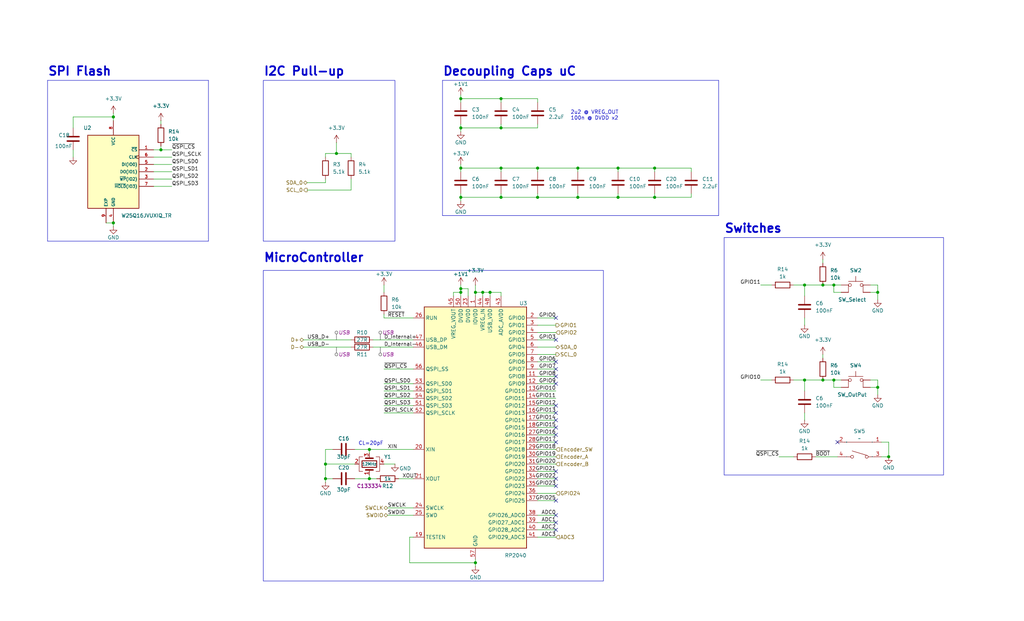
<source format=kicad_sch>
(kicad_sch (version 20250114) (generator "eeschema") (generator_version "9.0")
  (paper "USLegal")
  (title_block (title "MicroController"))
  (lib_symbols
    (symbol "+3.3V_1" (power) (pin_numbers (hide yes)) (pin_names (offset 0) (hide yes))
      (property "Value" "+3.3V" (at 0 3.556 0))
      (symbol "+3.3V_1_0_1"
        (polyline (pts (xy -0.762 1.27) (xy 0 2.54)))
        (polyline (pts (xy 0 2.54) (xy 0.762 1.27)))
        (polyline (pts (xy 0 0) (xy 0 2.54)))
      )
      (symbol "+3.3V_1_1_1"
        (pin power_in line (at 0 0 90) (length 0) (name "~") (number "1"))
      )
    )
    (symbol "Centy_Miscellaneous:Button_6x6_12mm" (pin_numbers (hide yes)) (pin_names (offset 1.016) (hide yes))
      (property "Reference" "SW" (at 1.27 2.54 0))
      (property "Value" "Button_6x6_12mm" (at 0 -3.81 0))
      (symbol "Button_6x6_12mm_0_1"
        (polyline (pts (xy -2.54 -2.54) (xy -2.54 0)))
        (circle (center -2.032 0) (radius 0.508))
        (polyline (pts (xy 0 1.27) (xy 0 3.048)))
        (circle (center 2.032 0) (radius 0.508))
        (polyline (pts (xy 2.54 1.27) (xy -2.54 1.27)))
        (polyline (pts (xy 2.54 -2.54) (xy 2.54 0)))
      )
      (symbol "Button_6x6_12mm_1_1"
        (pin passive line (at -5.08 0 0) (length 2.54) (name "A") (number "1"))
        (pin passive line (at -5.08 0 0) (length 2.54) (hide yes) (name "A") (number "2"))
        (pin passive line (at -5.08 -2.54 0) (length 2.54) (name "A") (number "2"))
        (pin passive line (at 5.08 0 180) (length 2.54) (name "B") (number "3"))
        (pin passive line (at 5.08 0 180) (length 2.54) (hide yes) (name "B") (number "4"))
        (pin passive line (at 5.08 -2.54 180) (length 2.54) (name "A") (number "4"))
      )
    )
    (symbol "Centy_Miscellaneous:Button_Side_TS24CA"
      (property "Reference" "SW" (at 0 4.826 0))
      (symbol "Button_Side_TS24CA_1_0"
        (polyline (pts (xy -5.08 2.54) (xy 5.08 2.54)))
        (polyline (pts (xy -3.048 -2.54) (xy -5.08 -2.54)))
        (polyline (pts (xy -2.54 -2.032) (xy 2.54 -0.508) (xy 2.54 -0.508) (xy 2.54 -0.508)))
        (circle (center -2.54 -2.54) (radius 0.508))
        (circle (center 2.54 -2.54) (radius 0.508))
        (polyline (pts (xy 3.048 -2.54) (xy 5.08 -2.54)))
        (pin input line (at -7.62 2.54 0) (length 2.54) (name "1") (number "1"))
        (pin input line (at -7.62 -2.54 0) (length 2.54) (name "3") (number "3"))
        (pin input line (at 7.62 2.54 180) (length 2.54) (name "2") (number "2"))
        (pin input line (at 7.62 -2.54 180) (length 2.54) (name "4") (number "4"))
      )
    )
    (symbol "Centy_Miscellaneous:W25Q16JVUXIQ_TR"
      (property "Reference" "U" (at -8.382 12.954 0))
      (property "Value" "W25Q16JVUXIQ_TR" (at 11.176 -16.002 0))
      (symbol "W25Q16JVUXIQ_TR_0_0"
        (rectangle (start -8.89 11.43) (end 8.89 -13.97) (stroke (width 0.254)) (fill (type background)))
        (pin passive line (at -2.54 -19.05 90) (length 5.08) (name "EXP") (number "9"))
        (pin power_in line (at 0 16.51 270) (length 5.08) (name "VCC") (number "8"))
        (pin power_in line (at 0 -19.05 90) (length 5.08) (name "GND") (number "4"))
        (pin input line (at 13.97 6.35 180) (length 5.08) (name "~{CS}") (number "1"))
        (pin input clock (at 13.97 3.81 180) (length 5.08) (name "CLK") (number "6"))
      )
      (symbol "W25Q16JVUXIQ_TR_1_0"
        (pin bidirectional line (at 13.97 1.27 180) (length 5.08) (name "DI(IO0)") (number "5"))
        (pin bidirectional line (at 13.97 -1.27 180) (length 5.08) (name "DO(IO1)") (number "2"))
        (pin bidirectional line (at 13.97 -3.81 180) (length 5.08) (name "~{WP}(IO2)") (number "3"))
        (pin bidirectional line (at 13.97 -6.35 180) (length 5.08) (name "~{HOLD}(IO3)") (number "7"))
      )
    )
    (symbol "Device:C" (pin_numbers (hide yes)) (pin_names (offset 0.254))
      (property "Reference" "C" (at 0.635 2.54 0))
      (property "Value" "C" (at 0.635 -2.54 0))
      (symbol "C_0_1"
        (polyline (pts (xy -2.032 0.762) (xy 2.032 0.762)) (stroke (width 0.508)))
        (polyline (pts (xy -2.032 -0.762) (xy 2.032 -0.762)) (stroke (width 0.508)))
      )
      (symbol "C_1_1"
        (pin passive line (at 0 3.81 270) (length 2.794) (name "~") (number "1"))
        (pin passive line (at 0 -3.81 90) (length 2.794) (name "~") (number "2"))
      )
    )
    (symbol "Device:Crystal_GND24" (pin_names (offset 1.016) (hide yes))
      (property "Reference" "Y" (at 3.175 5.08 0))
      (property "Value" "Crystal_GND24" (at 3.175 3.175 0))
      (symbol "Crystal_GND24_0_1"
        (polyline (pts (xy -2.54 2.286) (xy -2.54 3.556) (xy 2.54 3.556) (xy 2.54 2.286)))
        (polyline (pts (xy -2.54 0) (xy -2.032 0)))
        (polyline (pts (xy -2.54 -2.286) (xy -2.54 -3.556) (xy 2.54 -3.556) (xy 2.54 -2.286)))
        (polyline (pts (xy -2.032 -1.27) (xy -2.032 1.27)) (stroke (width 0.508)))
        (rectangle (start -1.143 2.54) (end 1.143 -2.54) (stroke (width 0.3048)))
        (polyline (pts (xy 0 3.556) (xy 0 3.81)))
        (polyline (pts (xy 0 -3.81) (xy 0 -3.556)))
        (polyline (pts (xy 2.032 0) (xy 2.54 0)))
        (polyline (pts (xy 2.032 -1.27) (xy 2.032 1.27)) (stroke (width 0.508)))
      )
      (symbol "Crystal_GND24_1_1"
        (pin passive line (at -3.81 0 0) (length 1.27) (name "1") (number "1"))
        (pin passive line (at 0 5.08 270) (length 1.27) (name "2") (number "2"))
        (pin passive line (at 0 -5.08 90) (length 1.27) (name "4") (number "4"))
        (pin passive line (at 3.81 0 180) (length 1.27) (name "3") (number "3"))
      )
    )
    (symbol "Device:R" (pin_numbers (hide yes)) (pin_names (offset 0))
      (property "Reference" "R" (at 2.032 0 90))
      (property "Value" "R" (at 0 0 90))
      (symbol "R_0_1"
        (rectangle (start -1.016 -2.54) (end 1.016 2.54) (stroke (width 0.254)))
      )
      (symbol "R_1_1"
        (pin passive line (at 0 3.81 270) (length 1.27) (name "~") (number "1"))
        (pin passive line (at 0 -3.81 90) (length 1.27) (name "~") (number "2"))
      )
    )
    (symbol "GND_1" (power) (pin_numbers (hide yes)) (pin_names (offset 0) (hide yes))
      (property "Value" "GND" (at 0 -3.81 0))
      (symbol "GND_1_0_1"
        (polyline (pts (xy 0 0) (xy 0 -1.27) (xy 1.27 -1.27) (xy 0 -2.54) (xy -1.27 -1.27) (xy 0 -1.27)))
      )
      (symbol "GND_1_1_1"
        (pin power_in line (at 0 0 270) (length 0) (name "~") (number "1"))
      )
    )
    (symbol "MCU_RaspberryPi:RP2040"
      (property "Reference" "U3" (at 15.24 43.18 0))
      (property "Value" "RP2040" (at 10.16 -44.45 0))
      (symbol "RP2040_0_1"
        (rectangle (start -17.78 41.91) (end 17.78 -41.91) (stroke (width 0.254)) (fill (type background)))
      )
      (symbol "RP2040_1_1"
        (pin input line (at -21.59 38.1 0) (length 3.81) (name "RUN") (number "26"))
        (pin bidirectional line (at -21.59 30.48 0) (length 3.81) (name "USB_DP") (number "47"))
        (pin bidirectional line (at -21.59 27.94 0) (length 3.81) (name "USB_DM") (number "46"))
        (pin bidirectional line (at -21.59 20.32 0) (length 3.81) (name "QSPI_SS") (number "56"))
        (pin bidirectional line (at -21.59 15.24 0) (length 3.81) (name "QSPI_SD0") (number "53"))
        (pin bidirectional line (at -21.59 12.7 0) (length 3.81) (name "QSPI_SD1") (number "55"))
        (pin bidirectional line (at -21.59 10.16 0) (length 3.81) (name "QSPI_SD2") (number "54"))
        (pin bidirectional line (at -21.59 7.62 0) (length 3.81) (name "QSPI_SD3") (number "51"))
        (pin output line (at -21.59 5.08 0) (length 3.81) (name "QSPI_SCLK") (number "52"))
        (pin input line (at -21.59 -7.62 0) (length 3.81) (name "XIN") (number "20"))
        (pin passive line (at -21.59 -17.78 0) (length 3.81) (name "XOUT") (number "21"))
        (pin output line (at -21.59 -27.94 0) (length 3.81) (name "SWCLK") (number "24"))
        (pin bidirectional line (at -21.59 -30.48 0) (length 3.81) (name "SWD") (number "25"))
        (pin input line (at -21.59 -38.1 0) (length 3.81) (name "TESTEN") (number "19"))
        (pin power_out line (at -7.62 45.72 270) (length 3.81) (name "VREG_VOUT") (number "45"))
        (pin power_in line (at -5.08 45.72 270) (length 3.81) (name "DVDD") (number "50"))
        (pin power_in line (at -2.54 45.72 270) (length 3.81) (name "DVDD") (number "23"))
        (pin power_in line (at 0 45.72 270) (length 3.81) (name "IOVDD") (number "1"))
        (pin passive line (at 0 45.72 270) (length 3.81) (hide yes) (name "IOVDD") (number "10"))
        (pin passive line (at 0 45.72 270) (length 3.81) (hide yes) (name "IOVDD") (number "22"))
        (pin passive line (at 0 45.72 270) (length 3.81) (hide yes) (name "IOVDD") (number "33"))
        (pin passive line (at 0 45.72 270) (length 3.81) (hide yes) (name "IOVDD") (number "42"))
        (pin passive line (at 0 45.72 270) (length 3.81) (hide yes) (name "IOVDD") (number "49"))
        (pin power_in line (at 0 -45.72 90) (length 3.81) (name "GND") (number "57"))
        (pin power_in line (at 2.54 45.72 270) (length 3.81) (name "VREG_IN") (number "44"))
        (pin power_in line (at 5.08 45.72 270) (length 3.81) (name "USB_VDD") (number "48"))
        (pin power_in line (at 8.89 45.72 270) (length 3.81) (name "ADC_AVDD") (number "43"))
        (pin bidirectional line (at 21.59 38.1 180) (length 3.81) (name "GPIO0") (number "2"))
        (pin bidirectional line (at 21.59 35.56 180) (length 3.81) (name "GPIO1") (number "3"))
        (pin bidirectional line (at 21.59 33.02 180) (length 3.81) (name "GPIO2") (number "4"))
        (pin bidirectional line (at 21.59 30.48 180) (length 3.81) (name "GPIO3") (number "5"))
        (pin bidirectional line (at 21.59 27.94 180) (length 3.81) (name "GPIO4") (number "6"))
        (pin bidirectional line (at 21.59 25.4 180) (length 3.81) (name "GPIO5") (number "7"))
        (pin bidirectional line (at 21.59 22.86 180) (length 3.81) (name "GPIO6") (number "8"))
        (pin bidirectional line (at 21.59 20.32 180) (length 3.81) (name "GPIO7") (number "9"))
        (pin bidirectional line (at 21.59 17.78 180) (length 3.81) (name "GPIO8") (number "11"))
        (pin bidirectional line (at 21.59 15.24 180) (length 3.81) (name "GPIO9") (number "12"))
        (pin bidirectional line (at 21.59 12.7 180) (length 3.81) (name "GPIO10") (number "13"))
        (pin bidirectional line (at 21.59 10.16 180) (length 3.81) (name "GPIO11") (number "14"))
        (pin bidirectional line (at 21.59 7.62 180) (length 3.81) (name "GPIO12") (number "15"))
        (pin bidirectional line (at 21.59 5.08 180) (length 3.81) (name "GPIO13") (number "16"))
        (pin bidirectional line (at 21.59 2.54 180) (length 3.81) (name "GPIO14") (number "17"))
        (pin bidirectional line (at 21.59 0 180) (length 3.81) (name "GPIO15") (number "18"))
        (pin bidirectional line (at 21.59 -2.54 180) (length 3.81) (name "GPIO16") (number "27"))
        (pin bidirectional line (at 21.59 -5.08 180) (length 3.81) (name "GPIO17") (number "28"))
        (pin bidirectional line (at 21.59 -7.62 180) (length 3.81) (name "GPIO18") (number "29"))
        (pin bidirectional line (at 21.59 -10.16 180) (length 3.81) (name "GPIO19") (number "30"))
        (pin bidirectional line (at 21.59 -12.7 180) (length 3.81) (name "GPIO20") (number "31"))
        (pin bidirectional line (at 21.59 -15.24 180) (length 3.81) (name "GPIO21") (number "32"))
        (pin bidirectional line (at 21.59 -17.78 180) (length 3.81) (name "GPIO22") (number "34"))
        (pin bidirectional line (at 21.59 -20.32 180) (length 3.81) (name "GPIO23") (number "35"))
        (pin bidirectional line (at 21.59 -22.86 180) (length 3.81) (name "GPIO24") (number "36"))
        (pin bidirectional line (at 21.59 -25.4 180) (length 3.81) (name "GPIO25") (number "37"))
        (pin bidirectional line (at 21.59 -30.48 180) (length 3.81) (name "GPIO26_ADC0") (number "38"))
        (pin bidirectional line (at 21.59 -33.02 180) (length 3.81) (name "GPIO27_ADC1") (number "39"))
        (pin bidirectional line (at 21.59 -35.56 180) (length 3.81) (name "GPIO28_ADC2") (number "40"))
        (pin bidirectional line (at 21.59 -38.1 180) (length 3.81) (name "GPIO29_ADC3") (number "41"))
      )
    )
    (symbol "power:+1V1" (power) (pin_names (offset 0))
      (property "Value" "+1V1" (at 0 3.556 0))
      (symbol "+1V1_0_1"
        (polyline (pts (xy -0.762 1.27) (xy 0 2.54)))
        (polyline (pts (xy 0 2.54) (xy 0.762 1.27)))
        (polyline (pts (xy 0 0) (xy 0 2.54)))
      )
      (symbol "+1V1_1_1"
        (pin power_in line (at 0 0 90) (length 0) (hide yes) (name "+1V1") (number "1"))
      )
    )
    (symbol "power:+3.3V" (power) (pin_names (offset 0))
      (property "Value" "+3.3V" (at 0 3.556 0))
      (symbol "+3.3V_0_1"
        (polyline (pts (xy -0.762 1.27) (xy 0 2.54)))
        (polyline (pts (xy 0 2.54) (xy 0.762 1.27)))
        (polyline (pts (xy 0 0) (xy 0 2.54)))
      )
      (symbol "+3.3V_1_1"
        (pin power_in line (at 0 0 90) (length 0) (hide yes) (name "+3.3V") (number "1"))
      )
    )
    (symbol "power:GND" (power) (pin_names (offset 0))
      (property "Value" "GND" (at 0 -3.81 0))
      (symbol "GND_0_1"
        (polyline (pts (xy 0 0) (xy 0 -1.27) (xy 1.27 -1.27) (xy 0 -2.54) (xy -1.27 -1.27) (xy 0 -1.27)))
      )
      (symbol "GND_1_1"
        (pin power_in line (at 0 0 270) (length 0) (hide yes) (name "GND") (number "1"))
      )
    )
  )
  (rectangle (start 91.44 93.98) (end 209.55 201.93))
  (rectangle (start 91.44 27.94) (end 137.16 83.82))
  (rectangle (start 251.46 82.55) (end 327.66 165.1))
  (text "Decoupling Caps uC\n" (at 153.67 26.67 0) (effects (font (size 3 3) (thickness 0.6) (bold yes)) (justify left bottom)))
  (text "I2C Pull-up" (at 91.44 26.67 0) (effects (font (size 3 3) (thickness 0.6) (bold yes)) (justify left bottom)))
  (text "SPI Flash\n" (at 16.51 26.67 0) (effects (font (size 3 3) (thickness 0.6) (bold yes)) (justify left bottom)))
  (text "MicroController" (at 91.44 91.44 0) (effects (font (size 3 3) (thickness 0.6) (bold yes)) (justify left bottom)))
  (text "CL=20pF\n" (at 124.46 154.94 0) (effects (font (size 1.27 1.27)) (justify left bottom)))
  (text "Switches" (at 251.46 81.28 0) (effects (font (size 3 3) (thickness 0.6) (bold yes)) (justify left bottom)))
  (text "2u2 @ VREG_OUT\n100n @ DVDD x2" (at 198.12 41.91 0) (effects (font (size 1.27 1.27)) (justify left bottom)))
  (junction (at 304.8 134.62))
  (junction (at 167.64 101.6))
  (junction (at 39.37 77.47))
  (junction (at 308.61 158.75))
  (junction (at 304.8 101.6))
  (junction (at 170.18 101.6))
  (junction (at 160.02 68.58))
  (junction (at 128.27 156.21))
  (junction (at 279.4 132.08))
  (junction (at 173.99 34.29))
  (junction (at 173.99 58.42))
  (junction (at 173.99 44.45))
  (junction (at 285.75 132.08))
  (junction (at 165.1 195.58))
  (junction (at 165.1 101.6))
  (junction (at 289.56 99.06))
  (junction (at 116.84 53.34))
  (junction (at 279.4 99.06))
  (junction (at 55.88 52.07))
  (junction (at 285.75 99.06))
  (junction (at 289.56 132.08))
  (junction (at 160.02 101.6))
  (junction (at 113.03 166.37))
  (junction (at 214.63 58.42))
  (junction (at 160.02 100.33))
  (junction (at 200.66 58.42))
  (junction (at 160.02 34.29))
  (junction (at 227.33 68.58))
  (junction (at 113.03 161.29))
  (junction (at 186.69 58.42))
  (junction (at 39.37 40.64))
  (junction (at 227.33 58.42))
  (junction (at 128.27 166.37))
  (junction (at 160.02 58.42))
  (junction (at 214.63 68.58))
  (junction (at 186.69 68.58))
  (junction (at 173.99 68.58))
  (junction (at 200.66 68.58))
  (junction (at 160.02 44.45))
  (no_connect (at 193.04 125.73))
  (no_connect (at 193.04 163.83))
  (no_connect (at 193.04 166.37))
  (no_connect (at 193.04 133.35))
  (no_connect (at 193.04 128.27))
  (no_connect (at 193.04 148.59))
  (no_connect (at 193.04 181.61))
  (no_connect (at 193.04 151.13))
  (no_connect (at 290.83 153.67))
  (no_connect (at 193.04 153.67))
  (no_connect (at 193.04 173.99))
  (no_connect (at 193.04 130.81))
  (no_connect (at 193.04 140.97))
  (no_connect (at 193.04 179.07))
  (no_connect (at 193.04 110.49))
  (no_connect (at 193.04 143.51))
  (no_connect (at 193.04 168.91))
  (no_connect (at 193.04 146.05))
  (no_connect (at 193.04 118.11))
  (no_connect (at 193.04 184.15))
  (polyline (pts (xy 16.51 27.94) (xy 16.51 83.82)))
  (wire (pts (xy 186.69 68.58) (xy 200.66 68.58)))
  (wire (pts (xy 113.03 166.37) (xy 115.57 166.37)))
  (wire (pts (xy 279.4 110.49) (xy 279.4 113.03)))
  (wire (pts (xy 142.24 186.69) (xy 142.24 195.58)))
  (wire (pts (xy 138.43 166.37) (xy 143.51 166.37)))
  (wire (pts (xy 186.69 130.81) (xy 193.04 130.81)))
  (wire (pts (xy 304.8 134.62) (xy 304.8 137.16)))
  (wire (pts (xy 279.4 143.51) (xy 279.4 146.05)))
  (wire (pts (xy 279.4 132.08) (xy 279.4 135.89)))
  (wire (pts (xy 173.99 58.42) (xy 186.69 58.42)))
  (wire (pts (xy 157.48 102.87) (xy 157.48 101.6)))
  (wire (pts (xy 170.18 101.6) (xy 170.18 102.87)))
  (wire (pts (xy 160.02 34.29) (xy 173.99 34.29)))
  (wire (pts (xy 55.88 50.8) (xy 55.88 52.07)))
  (wire (pts (xy 302.26 134.62) (xy 304.8 134.62)))
  (wire (pts (xy 285.75 90.17) (xy 285.75 91.44)))
  (wire (pts (xy 227.33 67.31) (xy 227.33 68.58)))
  (wire (pts (xy 113.03 161.29) (xy 113.03 166.37)))
  (wire (pts (xy 304.8 101.6) (xy 304.8 104.14)))
  (wire (pts (xy 186.69 166.37) (xy 193.04 166.37)))
  (wire (pts (xy 186.69 158.75) (xy 193.04 158.75)))
  (wire (pts (xy 186.69 58.42) (xy 200.66 58.42)))
  (wire (pts (xy 160.02 99.06) (xy 160.02 100.33)))
  (wire (pts (xy 160.02 67.31) (xy 160.02 68.58)))
  (wire (pts (xy 285.75 132.08) (xy 289.56 132.08)))
  (wire (pts (xy 53.34 54.61) (xy 59.69 54.61)))
  (wire (pts (xy 186.69 113.03) (xy 193.04 113.03)))
  (wire (pts (xy 289.56 132.08) (xy 292.1 132.08)))
  (wire (pts (xy 123.19 156.21) (xy 128.27 156.21)))
  (wire (pts (xy 264.16 99.06) (xy 267.97 99.06)))
  (wire (pts (xy 186.69 67.31) (xy 186.69 68.58)))
  (wire (pts (xy 53.34 57.15) (xy 59.69 57.15)))
  (wire (pts (xy 240.03 58.42) (xy 240.03 59.69)))
  (wire (pts (xy 186.69 115.57) (xy 193.04 115.57)))
  (wire (pts (xy 186.69 110.49) (xy 193.04 110.49)))
  (wire (pts (xy 113.03 63.5) (xy 113.03 62.23)))
  (wire (pts (xy 186.69 181.61) (xy 193.04 181.61)))
  (wire (pts (xy 106.68 66.04) (xy 121.92 66.04)))
  (wire (pts (xy 279.4 99.06) (xy 285.75 99.06)))
  (wire (pts (xy 170.18 101.6) (xy 173.99 101.6)))
  (wire (pts (xy 133.35 161.29) (xy 137.16 161.29)))
  (wire (pts (xy 133.35 138.43) (xy 143.51 138.43)))
  (wire (pts (xy 186.69 120.65) (xy 193.04 120.65)))
  (polyline (pts (xy 249.555 27.94) (xy 249.555 74.93)))
  (wire (pts (xy 186.69 151.13) (xy 193.04 151.13)))
  (wire (pts (xy 134.62 179.07) (xy 143.51 179.07)))
  (wire (pts (xy 165.1 194.31) (xy 165.1 195.58)))
  (wire (pts (xy 186.69 148.59) (xy 193.04 148.59)))
  (wire (pts (xy 160.02 33.02) (xy 160.02 34.29)))
  (wire (pts (xy 143.51 186.69) (xy 142.24 186.69)))
  (wire (pts (xy 162.56 100.33) (xy 160.02 100.33)))
  (wire (pts (xy 186.69 163.83) (xy 193.04 163.83)))
  (wire (pts (xy 113.03 161.29) (xy 113.03 156.21)))
  (wire (pts (xy 173.99 34.29) (xy 186.69 34.29)))
  (wire (pts (xy 302.26 101.6) (xy 304.8 101.6)))
  (wire (pts (xy 157.48 101.6) (xy 160.02 101.6)))
  (wire (pts (xy 128.27 157.48) (xy 128.27 156.21)))
  (wire (pts (xy 200.66 58.42) (xy 200.66 59.69)))
  (wire (pts (xy 129.54 120.65) (xy 143.51 120.65)))
  (polyline (pts (xy 72.39 27.94) (xy 72.39 83.82)))
  (wire (pts (xy 165.1 101.6) (xy 167.64 101.6)))
  (wire (pts (xy 128.27 156.21) (xy 143.51 156.21)))
  (wire (pts (xy 36.83 77.47) (xy 39.37 77.47)))
  (wire (pts (xy 25.4 40.64) (xy 39.37 40.64)))
  (wire (pts (xy 116.84 49.53) (xy 116.84 53.34)))
  (wire (pts (xy 39.37 39.37) (xy 39.37 40.64)))
  (wire (pts (xy 186.69 146.05) (xy 193.04 146.05)))
  (wire (pts (xy 186.69 173.99) (xy 193.04 173.99)))
  (wire (pts (xy 270.51 158.75) (xy 275.59 158.75)))
  (wire (pts (xy 121.92 62.23) (xy 121.92 66.04)))
  (wire (pts (xy 113.03 54.61) (xy 113.03 53.34)))
  (wire (pts (xy 113.03 161.29) (xy 123.19 161.29)))
  (wire (pts (xy 186.69 143.51) (xy 193.04 143.51)))
  (wire (pts (xy 283.21 158.75) (xy 290.83 158.75)))
  (wire (pts (xy 173.99 101.6) (xy 173.99 102.87)))
  (wire (pts (xy 200.66 58.42) (xy 214.63 58.42)))
  (wire (pts (xy 53.34 62.23) (xy 59.69 62.23)))
  (wire (pts (xy 186.69 138.43) (xy 193.04 138.43)))
  (wire (pts (xy 186.69 135.89) (xy 193.04 135.89)))
  (wire (pts (xy 240.03 68.58) (xy 240.03 67.31)))
  (wire (pts (xy 173.99 58.42) (xy 173.99 59.69)))
  (wire (pts (xy 186.69 123.19) (xy 193.04 123.19)))
  (wire (pts (xy 165.1 195.58) (xy 165.1 196.85)))
  (wire (pts (xy 160.02 35.56) (xy 160.02 34.29)))
  (wire (pts (xy 167.64 101.6) (xy 170.18 101.6)))
  (wire (pts (xy 186.69 133.35) (xy 193.04 133.35)))
  (wire (pts (xy 214.63 58.42) (xy 214.63 59.69)))
  (wire (pts (xy 167.64 101.6) (xy 167.64 102.87)))
  (wire (pts (xy 160.02 101.6) (xy 160.02 102.87)))
  (wire (pts (xy 105.41 118.11) (xy 121.92 118.11)))
  (wire (pts (xy 160.02 44.45) (xy 160.02 45.72)))
  (wire (pts (xy 227.33 68.58) (xy 240.03 68.58)))
  (wire (pts (xy 133.35 140.97) (xy 143.51 140.97)))
  (wire (pts (xy 129.54 118.11) (xy 143.51 118.11)))
  (wire (pts (xy 173.99 43.18) (xy 173.99 44.45)))
  (wire (pts (xy 200.66 68.58) (xy 214.63 68.58)))
  (wire (pts (xy 55.88 43.18) (xy 55.88 41.91)))
  (wire (pts (xy 133.35 133.35) (xy 143.51 133.35)))
  (wire (pts (xy 133.35 110.49) (xy 143.51 110.49)))
  (wire (pts (xy 186.69 156.21) (xy 193.04 156.21)))
  (wire (pts (xy 227.33 58.42) (xy 240.03 58.42)))
  (wire (pts (xy 121.92 53.34) (xy 121.92 54.61)))
  (wire (pts (xy 113.03 156.21) (xy 115.57 156.21)))
  (wire (pts (xy 285.75 123.19) (xy 285.75 124.46)))
  (wire (pts (xy 113.03 166.37) (xy 113.03 167.64)))
  (wire (pts (xy 186.69 168.91) (xy 193.04 168.91)))
  (wire (pts (xy 308.61 153.67) (xy 308.61 158.75)))
  (wire (pts (xy 227.33 58.42) (xy 227.33 59.69)))
  (wire (pts (xy 55.88 52.07) (xy 59.69 52.07)))
  (wire (pts (xy 160.02 43.18) (xy 160.02 44.45)))
  (wire (pts (xy 186.69 58.42) (xy 186.69 59.69)))
  (polyline (pts (xy 249.555 74.93) (xy 153.67 74.93)))
  (wire (pts (xy 133.35 110.49) (xy 133.35 109.22)))
  (wire (pts (xy 186.69 43.18) (xy 186.69 44.45)))
  (wire (pts (xy 25.4 44.45) (xy 25.4 40.64)))
  (wire (pts (xy 123.19 166.37) (xy 128.27 166.37)))
  (wire (pts (xy 186.69 153.67) (xy 193.04 153.67)))
  (wire (pts (xy 133.35 99.06) (xy 133.35 101.6)))
  (wire (pts (xy 165.1 99.06) (xy 165.1 101.6)))
  (wire (pts (xy 105.41 120.65) (xy 121.92 120.65)))
  (wire (pts (xy 306.07 153.67) (xy 308.61 153.67)))
  (wire (pts (xy 186.69 34.29) (xy 186.69 35.56)))
  (wire (pts (xy 186.69 118.11) (xy 193.04 118.11)))
  (wire (pts (xy 186.69 179.07) (xy 193.04 179.07)))
  (polyline (pts (xy 153.67 27.94) (xy 249.555 27.94)))
  (wire (pts (xy 128.27 165.1) (xy 128.27 166.37)))
  (wire (pts (xy 160.02 44.45) (xy 173.99 44.45)))
  (polyline (pts (xy 153.67 27.94) (xy 153.67 74.93)))
  (wire (pts (xy 160.02 57.15) (xy 160.02 58.42)))
  (wire (pts (xy 186.69 171.45) (xy 193.04 171.45)))
  (wire (pts (xy 289.56 99.06) (xy 289.56 101.6)))
  (wire (pts (xy 165.1 101.6) (xy 165.1 102.87)))
  (wire (pts (xy 289.56 134.62) (xy 292.1 134.62)))
  (wire (pts (xy 25.4 52.07) (xy 25.4 54.61)))
  (wire (pts (xy 306.07 158.75) (xy 308.61 158.75)))
  (wire (pts (xy 173.99 34.29) (xy 173.99 35.56)))
  (wire (pts (xy 113.03 53.34) (xy 116.84 53.34)))
  (wire (pts (xy 106.68 63.5) (xy 113.03 63.5)))
  (wire (pts (xy 160.02 58.42) (xy 173.99 58.42)))
  (wire (pts (xy 214.63 67.31) (xy 214.63 68.58)))
  (wire (pts (xy 186.69 186.69) (xy 193.04 186.69)))
  (wire (pts (xy 53.34 59.69) (xy 59.69 59.69)))
  (wire (pts (xy 160.02 68.58) (xy 173.99 68.58)))
  (wire (pts (xy 302.26 132.08) (xy 304.8 132.08)))
  (wire (pts (xy 128.27 166.37) (xy 130.81 166.37)))
  (wire (pts (xy 133.35 135.89) (xy 143.51 135.89)))
  (wire (pts (xy 186.69 184.15) (xy 193.04 184.15)))
  (wire (pts (xy 289.56 132.08) (xy 289.56 134.62)))
  (wire (pts (xy 275.59 99.06) (xy 279.4 99.06)))
  (wire (pts (xy 214.63 68.58) (xy 227.33 68.58)))
  (wire (pts (xy 162.56 102.87) (xy 162.56 100.33)))
  (wire (pts (xy 160.02 100.33) (xy 160.02 101.6)))
  (wire (pts (xy 133.35 143.51) (xy 143.51 143.51)))
  (wire (pts (xy 186.69 140.97) (xy 193.04 140.97)))
  (wire (pts (xy 160.02 58.42) (xy 160.02 59.69)))
  (wire (pts (xy 53.34 64.77) (xy 59.69 64.77)))
  (wire (pts (xy 186.69 125.73) (xy 193.04 125.73)))
  (wire (pts (xy 39.37 77.47) (xy 39.37 78.74)))
  (wire (pts (xy 134.62 176.53) (xy 143.51 176.53)))
  (wire (pts (xy 160.02 68.58) (xy 160.02 69.85)))
  (wire (pts (xy 264.16 132.08) (xy 267.97 132.08)))
  (wire (pts (xy 289.56 101.6) (xy 292.1 101.6)))
  (wire (pts (xy 289.56 99.06) (xy 292.1 99.06)))
  (wire (pts (xy 304.8 99.06) (xy 304.8 101.6)))
  (wire (pts (xy 302.26 99.06) (xy 304.8 99.06)))
  (wire (pts (xy 133.35 128.27) (xy 143.51 128.27)))
  (wire (pts (xy 142.24 195.58) (xy 165.1 195.58)))
  (wire (pts (xy 200.66 67.31) (xy 200.66 68.58)))
  (wire (pts (xy 285.75 99.06) (xy 289.56 99.06)))
  (wire (pts (xy 304.8 132.08) (xy 304.8 134.62)))
  (wire (pts (xy 116.84 53.34) (xy 121.92 53.34)))
  (wire (pts (xy 186.69 128.27) (xy 193.04 128.27)))
  (wire (pts (xy 173.99 68.58) (xy 186.69 68.58)))
  (wire (pts (xy 186.69 161.29) (xy 193.04 161.29)))
  (wire (pts (xy 214.63 58.42) (xy 227.33 58.42)))
  (polyline (pts (xy 72.39 83.82) (xy 16.51 83.82)))
  (wire (pts (xy 39.37 40.64) (xy 39.37 41.91)))
  (wire (pts (xy 275.59 132.08) (xy 279.4 132.08)))
  (polyline (pts (xy 16.51 27.94) (xy 72.39 27.94)))
  (wire (pts (xy 279.4 132.08) (xy 285.75 132.08)))
  (wire (pts (xy 173.99 44.45) (xy 186.69 44.45)))
  (wire (pts (xy 279.4 99.06) (xy 279.4 102.87)))
  (wire (pts (xy 53.34 52.07) (xy 55.88 52.07)))
  (wire (pts (xy 173.99 67.31) (xy 173.99 68.58)))
  (label "GPIO23" (at 193.04 168.91 180))
  (label "SWDIO" (at 134.62 179.07 0))
  (label "GPIO6" (at 193.04 125.73 180))
  (label "GPIO17" (at 193.04 153.67 180))
  (label "USB_D-" (at 106.68 120.65 0))
  (label "QSPI_SCLK" (at 133.35 143.51 0))
  (label "D_Internal-" (at 133.35 120.65 0))
  (label "XOUT" (at 139.7 166.37 0))
  (label "QSPI_SD1" (at 59.69 59.69 0))
  (label "ADC1" (at 193.04 181.61 180))
  (label "GPIO15" (at 193.04 148.59 180))
  (label "GPIO19" (at 193.04 158.75 180))
  (label "GPIO3" (at 193.04 118.11 180))
  (label "GPIO16" (at 193.04 151.13 180))
  (label "QSPI_SD0" (at 59.69 57.15 0))
  (label "GPIO21" (at 193.04 163.83 180))
  (label "~{RESET}" (at 134.62 110.49 0))
  (label "GPIO11" (at 193.04 138.43 180))
  (label "GPIO22" (at 193.04 166.37 180))
  (label "GPIO0" (at 193.04 110.49 180))
  (label "GPIO13" (at 193.04 143.51 180))
  (label "QSPI_SD2" (at 59.69 62.23 0))
  (label "QSPI_SCLK" (at 59.69 54.61 0))
  (label "GPIO9" (at 193.04 133.35 180))
  (label "USB_D+" (at 106.68 118.11 0))
  (label "XIN" (at 134.62 156.21 0))
  (label "~{BOOT}" (at 288.29 158.75 180))
  (label "ADC2" (at 193.04 184.15 180))
  (label "QSPI_SD1" (at 133.35 135.89 0))
  (label "QSPI_SD3" (at 133.35 140.97 0))
  (label "GPIO25" (at 193.04 173.99 180))
  (label "~{QSPI_CS}" (at 270.51 158.75 180))
  (label "~{QSPI_CS}" (at 133.35 128.27 0))
  (label "GPIO12" (at 193.04 140.97 180))
  (label "ADC3" (at 193.04 186.69 180))
  (label "QSPI_SD0" (at 133.35 133.35 0))
  (label "GPIO14" (at 193.04 146.05 180))
  (label "GPIO7" (at 193.04 128.27 180))
  (label "GPIO10" (at 193.04 135.89 180))
  (label "GPIO10" (at 264.16 132.08 180))
  (label "~{QSPI_CS}" (at 59.69 52.07 0))
  (label "QSPI_SD3" (at 59.69 64.77 0))
  (label "GPIO18" (at 193.04 156.21 180))
  (label "GPIO8" (at 193.04 130.81 180))
  (label "GPIO20" (at 193.04 161.29 180))
  (label "SWCLK" (at 134.62 176.53 0))
  (label "ADC0" (at 193.04 179.07 180))
  (label "GPIO11" (at 264.16 99.06 180))
  (label "D_Internal+" (at 133.35 118.11 0))
  (label "QSPI_SD2" (at 133.35 138.43 0))
  (hierarchical_label "SDA_0" (shape bidirectional) (at 106.68 63.5 180))
  (hierarchical_label "SWCLK" (shape bidirectional) (at 134.62 176.53 180))
  (hierarchical_label "Encoder_A" (shape input) (at 193.04 158.75 0))
  (hierarchical_label "Encoder_B" (shape input) (at 193.04 161.29 0))
  (hierarchical_label "D-" (shape bidirectional) (at 105.41 120.65 180))
  (hierarchical_label "D+" (shape bidirectional) (at 105.41 118.11 180))
  (hierarchical_label "Encoder_SW" (shape input) (at 193.04 156.21 0))
  (hierarchical_label "ADC3" (shape input) (at 193.04 186.69 0))
  (hierarchical_label "GPIO1" (shape output) (at 193.04 113.03 0))
  (hierarchical_label "GPIO24" (shape input) (at 193.04 171.45 0))
  (hierarchical_label "SWDIO" (shape bidirectional) (at 134.62 179.07 180))
  (hierarchical_label "SCL_0" (shape output) (at 106.68 66.04 180))
  (hierarchical_label "SDA_0" (shape bidirectional) (at 193.04 120.65 0))
  (hierarchical_label "SCL_0" (shape output) (at 193.04 123.19 0))
  (hierarchical_label "GPIO2" (shape input) (at 193.04 115.57 0))
  (netclass_flag "" (length 2.54) (shape round) (at 132.08 118.11 0) (property "Netclass" "USB" (at 132.7785 115.57 0) (effects (font (italic yes)) (justify left))))
  (netclass_flag "" (length 2.54) (shape round) (at 116.84 120.65 180) (property "Netclass" "USB" (at 117.5385 123.19 0) (effects (font (italic yes)) (justify left))))
  (netclass_flag "" (length 2.54) (shape round) (at 132.08 120.65 180) (property "Netclass" "USB" (at 132.7785 123.19 0) (effects (font (italic yes)) (justify left))))
  (netclass_flag "" (length 2.54) (shape round) (at 116.84 118.11 0) (property "Netclass" "USB" (at 117.5385 115.57 0) (effects (font (italic yes)) (justify left))))
  (symbol (lib_id "Device:C") (at 173.99 63.5 0) (unit 1)
    (property "Reference" "C8" (at 177.8 62.2299 0) (effects (justify left)))
    (property "Value" "100nF" (at 177.8 64.7699 0) (effects (justify left)))
    (property "Footprint" "Capacitor_SMD:C_0402_1005Metric" (effects (hide yes)))
    (property "LCSC" "C1525" (effects (hide yes)))
    (instances (project "PicoPD" (path "" (reference "C7") (unit 1))) (project "PicoPDSupply" (path "" (reference "C8") (unit 1))))
  )
  (symbol (lib_id "power:GND") (at 25.4 54.61 0) (unit 1)
    (property "Reference" "#PWR026" (effects (hide yes)))
    (property "Value" "GND" (effects (hide yes)))
    (instances (project "PicoPD" (path "" (reference "#PWR0112") (unit 1))) (project "PicoPDSupply" (path "" (reference "#PWR026") (unit 1))))
  )
  (symbol (lib_id "Device:R") (at 271.78 99.06 90) (unit 1)
    (property "Reference" "R18" (at 271.78 93.5817 90))
    (property "Value" "1k" (at 271.78 96.1217 90))
    (property "Footprint" "Resistor_SMD:R_0402_1005Metric" (effects (hide yes)))
    (property "LCSC" "C11702" (effects (hide yes)))
    (instances (project "PicoPD" (path "" (reference "R14") (unit 1))) (project "PicoPDSupply" (path "" (reference "R18") (unit 1))))
  )
  (symbol (lib_id "Device:C") (at 119.38 166.37 270) (unit 1)
    (property "Reference" "C20" (at 119.38 162.56 90))
    (property "Value" "30pF" (at 119.38 170.18 90))
    (property "Footprint" "Capacitor_SMD:C_0402_1005Metric" (effects (hide yes)))
    (property "LCSC" "C1570" (effects (hide yes)))
  )
  (symbol (lib_id "Device:Crystal_GND24") (at 128.27 161.29 90) (unit 1)
    (property "Reference" "Y1" (at 134.62 158.75 90))
    (property "Value" "12MHz" (at 128.27 161.29 90) (effects (font (size 1 1))))
    (property "Footprint" "Crystal:Crystal_SMD_3225-4Pin_3.2x2.5mm" (effects (hide yes)))
    (property "LCSC" "C133334" (at 128.27 168.91 90))
  )
  (symbol (lib_name "GND_1") (lib_id "power:GND") (at 279.4 113.03 0) (unit 1)
    (property "Reference" "#PWR043" (effects (hide yes)))
    (property "Value" "GND" (at 279.4 116.84 0))
    (property "Description" "Power symbol creates a global label with name \"GND\" , ground" (effects (hide yes)))
  )
  (symbol (lib_name "GND_1") (lib_id "power:GND") (at 279.4 146.05 0) (unit 1)
    (property "Reference" "#PWR053" (effects (hide yes)))
    (property "Value" "GND" (at 279.4 149.86 0))
    (property "Description" "Power symbol creates a global label with name \"GND\" , ground" (effects (hide yes)))
  )
  (symbol (lib_id "Device:C") (at 25.4 48.26 0) (unit 1)
    (property "Reference" "C19" (at 20.32 46.99 0) (effects (justify left)))
    (property "Value" "100nF" (at 19.05 50.8 0) (effects (justify left)))
    (property "Footprint" "Capacitor_SMD:C_0402_1005Metric" (effects (hide yes)))
    (property "LCSC" "C1525" (effects (hide yes)))
    (instances (project "PicoPD" (path "" (reference "C18") (unit 1))) (project "PicoPDSupply" (path "" (reference "C19") (unit 1))))
  )
  (symbol (lib_id "Device:R") (at 121.92 58.42 0) (unit 1)
    (property "Reference" "R3" (at 124.46 57.1499 0) (effects (justify left)))
    (property "Value" "5.1k" (at 124.46 59.6899 0) (effects (justify left)))
    (property "Footprint" "Resistor_SMD:R_0402_1005Metric" (effects (hide yes)))
    (property "LCSC" "C25905" (effects (hide yes)))
    (instances (project "PicoPD" (path "" (reference "R4") (unit 1))) (project "PicoPDSupply" (path "" (reference "R3") (unit 1))))
  )
  (symbol (lib_name "GND_1") (lib_id "power:GND") (at 39.37 78.74 0) (unit 1)
    (property "Reference" "#PWR068" (effects (hide yes)))
    (property "Value" "GND" (at 39.37 82.55 0))
    (property "Description" "Power symbol creates a global label with name \"GND\" , ground" (effects (hide yes)))
  )
  (symbol (lib_id "Device:C") (at 186.69 39.37 0) (unit 1)
    (property "Reference" "C6" (at 190.5 38.0999 0) (effects (justify left)))
    (property "Value" "2.2uF" (at 190.5 40.6399 0) (effects (justify left)))
    (property "Footprint" "Capacitor_SMD:C_0402_1005Metric" (effects (hide yes)))
    (property "LCSC" "C12530" (effects (hide yes)))
    (instances (project "PicoPD" (path "" (reference "C5") (unit 1))) (project "PicoPDSupply" (path "" (reference "C6") (unit 1))))
  )
  (symbol (lib_id "Centy_Miscellaneous:Button_6x6_12mm") (at 297.18 99.06 0) (unit 1)
    (property "Reference" "SW2" (at 297.18 93.98 0))
    (property "Value" "SW_Select" (at 295.91 104.14 0))
    (property "Footprint" "Centy_Miscellaneous:Button_6.2x6.2x12mm" (effects (hide yes)))
    (property "Datasheet" "https://www.lcsc.com/datasheet/lcsc_datasheet_2412091234_G-Switch-GT-TC120A-H120-L1_C2762973.pdf" (effects (hide yes)))
    (property "Description" "Normally-open tactile switch 160gf 12mm Stem" (effects (hide yes)))
    (property "LCSC" "C2762973" (effects (hide yes)))
  )
  (symbol (lib_name "GND_1") (lib_id "power:GND") (at 304.8 137.16 0) (unit 1)
    (property "Reference" "#PWR052" (effects (hide yes)))
    (property "Value" "GND" (at 304.8 140.97 0))
    (property "Description" "Power symbol creates a global label with name \"GND\" , ground" (effects (hide yes)))
  )
  (symbol (lib_id "Device:R") (at 133.35 105.41 0) (unit 1)
    (property "Reference" "R9" (at 135.89 104.1399 0) (effects (justify left)))
    (property "Value" "10k" (at 135.89 106.6799 0) (effects (justify left)))
    (property "Footprint" "Resistor_SMD:R_0402_1005Metric" (effects (hide yes)))
    (property "LCSC" "C25744" (effects (hide yes)))
    (instances (project "PicoPD" (path "" (reference "R6") (unit 1))) (project "PicoPDSupply" (path "" (reference "R9") (unit 1))))
  )
  (symbol (lib_id "Device:R") (at 285.75 95.25 0) (unit 1)
    (property "Reference" "R17" (at 288.29 93.9799 0) (effects (justify left)))
    (property "Value" "10k" (at 288.29 96.5199 0) (effects (justify left)))
    (property "Footprint" "Resistor_SMD:R_0402_1005Metric" (effects (hide yes)))
    (property "LCSC" "C25744" (effects (hide yes)))
    (instances (project "PicoPD" (path "" (reference "R6") (unit 1))) (project "PicoPDSupply" (path "" (reference "R17") (unit 1))))
  )
  (symbol (lib_id "Device:C") (at 173.99 39.37 0) (unit 1)
    (property "Reference" "C5" (at 177.8 38.0999 0) (effects (justify left)))
    (property "Value" "100nF" (at 177.8 40.6399 0) (effects (justify left)))
    (property "Footprint" "Capacitor_SMD:C_0402_1005Metric" (effects (hide yes)))
    (property "LCSC" "C1525" (effects (hide yes)))
    (instances (project "PicoPD" (path "" (reference "C4") (unit 1))) (project "PicoPDSupply" (path "" (reference "C5") (unit 1))))
  )
  (symbol (lib_id "Device:C") (at 279.4 106.68 0) (unit 1)
    (property "Reference" "C26" (at 283.21 105.4099 0) (effects (justify left)))
    (property "Value" "100nF" (at 283.21 107.9499 0) (effects (justify left)))
    (property "Footprint" "Capacitor_SMD:C_0402_1005Metric" (effects (hide yes)))
    (property "LCSC" "C1525" (effects (hide yes)))
    (instances (project "PicoPD" (path "" (reference "C6") (unit 1))) (project "PicoPDSupply" (path "" (reference "C26") (unit 1))))
  )
  (symbol (lib_name "+3.3V_1") (lib_id "power:+3.3V") (at 39.37 39.37 0) (unit 1)
    (property "Reference" "#PWR025" (effects (hide yes)))
    (property "Value" "+3.3V" (at 39.37 34.29 0))
    (property "Description" "Power symbol creates a global label with name \"+3.3V\"" (effects (hide yes)))
  )
  (symbol (lib_name "GND_1") (lib_id "power:GND") (at 160.02 69.85 0) (unit 1)
    (property "Reference" "#PWR013" (effects (hide yes)))
    (property "Value" "GND" (at 160.02 73.66 0))
    (property "Description" "Power symbol creates a global label with name \"GND\" , ground" (effects (hide yes)))
  )
  (symbol (lib_id "power:+1V1") (at 160.02 99.06 0) (unit 1)
    (property "Reference" "#PWR020" (effects (hide yes)))
    (property "Value" "+1V1" (at 160.02 95.25 0))
    (instances (project "PicoPD" (path "" (reference "#PWR0126") (unit 1))) (project "PicoPDSupply" (path "" (reference "#PWR020") (unit 1))))
  )
  (symbol (lib_id "Device:R") (at 271.78 132.08 90) (unit 1)
    (property "Reference" "R27" (at 271.78 126.6017 90))
    (property "Value" "1k" (at 271.78 129.1417 90))
    (property "Footprint" "Resistor_SMD:R_0402_1005Metric" (effects (hide yes)))
    (property "LCSC" "C11702" (effects (hide yes)))
    (instances (project "PicoPD" (path "" (reference "R14") (unit 1))) (project "PicoPDSupply" (path "" (reference "R27") (unit 1))))
  )
  (symbol (lib_name "+3.3V_1") (lib_id "power:+3.3V") (at 55.88 41.91 0) (unit 1)
    (property "Reference" "#PWR040" (effects (hide yes)))
    (property "Value" "+3.3V" (at 55.88 36.83 0))
    (property "Description" "Power symbol creates a global label with name \"+3.3V\"" (effects (hide yes)))
  )
  (symbol (lib_id "Device:R") (at 55.88 46.99 0) (unit 1)
    (property "Reference" "R6" (at 58.42 45.7199 0) (effects (justify left)))
    (property "Value" "10k" (at 58.42 48.2599 0) (effects (justify left)))
    (property "Footprint" "Resistor_SMD:R_0402_1005Metric" (effects (hide yes)))
    (property "LCSC" "C25744" (effects (hide yes)))
    (instances (project "PicoPD" (path "" (reference "R14") (unit 1))) (project "PicoPDSupply" (path "" (reference "R6") (unit 1))))
  )
  (symbol (lib_id "Device:R") (at 125.73 118.11 90) (unit 1)
    (property "Reference" "R10" (at 125.73 115.57 90))
    (property "Value" "27R" (at 125.73 118.11 90))
    (property "Footprint" "Resistor_SMD:R_0402_1005Metric" (effects (hide yes)))
    (property "LCSC" "C138021" (effects (hide yes)))
  )
  (symbol (lib_name "+3.3V_1") (lib_id "power:+3.3V") (at 285.75 123.19 0) (unit 1)
    (property "Reference" "#PWR033" (effects (hide yes)))
    (property "Value" "+3.3V" (at 285.75 118.11 0))
    (property "Description" "Power symbol creates a global label with name \"+3.3V\"" (effects (hide yes)))
  )
  (symbol (lib_id "Device:R") (at 134.62 166.37 90) (unit 1)
    (property "Reference" "R12" (at 134.62 168.91 90))
    (property "Value" "1k" (at 134.62 166.37 90))
    (property "Footprint" "Resistor_SMD:R_0402_1005Metric" (effects (hide yes)))
    (property "LCSC" "C11702" (effects (hide yes)))
  )
  (symbol (lib_id "Centy_Miscellaneous:W25Q16JVUXIQ_TR") (at 39.37 58.42 0) (unit 1)
    (property "Reference" "U5" (at 31.75 44.45 0) (effects (justify right)))
    (property "Value" "W25Q16JVUXIQ_TR" (at 59.69 74.93 0) (effects (justify right)))
    (property "Footprint" "Centy_Miscellaneous:8-USON" (effects (hide yes)))
    (property "Description" "NOR Flash Serial (SPI, Dual SPI, Quad SPI) 3V/3.3V 16M-bit 2M x 8 6ns 8-Pin USON EP T/R" (effects (hide yes)))
    (property "MF" "Winbond" (effects (hide yes)))
    (property "MAXIMUM_PACKAGE_HEIGHT" "0.60mm" (effects (hide yes)))
    (property "Package" "UFDFN-8 Winbond" (effects (hide yes)))
    (property "Price" "None" (effects (hide yes)))
    (property "STANDARD" "Manufacturer Recommendations" (effects (hide yes)))
    (property "PARTREV" "H" (effects (hide yes)))
    (property "MP" "W25Q16JVUXIQ TR" (effects (hide yes)))
    (property "MANUFACTURER" "Winbond" (effects (hide yes)))
    (property "Availability" "In Stock" (effects (hide yes)))
    (property "LCSC" "C2843335" (effects (hide yes)))
    (property "JLCPCB Rotation Offset" "-90" (effects (hide yes)))
    (instances (project "PicoPD" (path "" (reference "U2") (unit 1))) (project "PicoPDSupply" (path "" (reference "U5") (unit 1))))
  )
  (symbol (lib_id "Device:C") (at 119.38 156.21 270) (unit 1)
    (property "Reference" "C16" (at 119.38 152.4 90))
    (property "Value" "30pF" (at 119.38 158.75 90))
    (property "Footprint" "Capacitor_SMD:C_0402_1005Metric" (effects (hide yes)))
    (property "LCSC" "C1570" (effects (hide yes)))
  )
  (symbol (lib_id "Device:C") (at 227.33 63.5 0) (unit 1)
    (property "Reference" "C12" (at 231.14 62.2299 0) (effects (justify left)))
    (property "Value" "100nF" (at 231.14 64.7699 0) (effects (justify left)))
    (property "Footprint" "Capacitor_SMD:C_0402_1005Metric" (effects (hide yes)))
    (property "LCSC" "C1525" (effects (hide yes)))
    (instances (project "PicoPD" (path "" (reference "C20") (unit 1))) (project "PicoPDSupply" (path "" (reference "C12") (unit 1))))
  )
  (symbol (lib_name "GND_1") (lib_id "power:GND") (at 113.03 167.64 0) (unit 1)
    (property "Reference" "#PWR022" (effects (hide yes)))
    (property "Value" "GND" (at 113.03 171.45 0))
    (property "Description" "Power symbol creates a global label with name \"GND\" , ground" (effects (hide yes)))
  )
  (symbol (lib_name "GND_1") (lib_id "power:GND") (at 304.8 104.14 0) (unit 1)
    (property "Reference" "#PWR042" (effects (hide yes)))
    (property "Value" "GND" (at 304.8 107.95 0))
    (property "Description" "Power symbol creates a global label with name \"GND\" , ground" (effects (hide yes)))
  )
  (symbol (lib_id "MCU_RaspberryPi:RP2040") (at 165.1 148.59 0) (unit 1)
    (property "Reference" "U3" (at 180.34 105.41 0) (effects (justify left)))
    (property "Value" "RP2040" (at 175.26 193.04 0) (effects (justify left)))
    (property "Footprint" "Package_DFN_QFN:QFN-56-1EP_7x7mm_P0.4mm_EP3.2x3.2mm" (effects (hide yes)))
    (property "Datasheet" "https://datasheets.raspberrypi.com/rp2040/rp2040-datasheet.pdf" (effects (hide yes)))
    (property "LCSC" "C2040" (effects (hide yes)))
  )
  (symbol (lib_id "Device:C") (at 200.66 63.5 0) (unit 1)
    (property "Reference" "C10" (at 204.47 62.2299 0) (effects (justify left)))
    (property "Value" "100nF" (at 204.47 64.7699 0) (effects (justify left)))
    (property "Footprint" "Capacitor_SMD:C_0402_1005Metric" (effects (hide yes)))
    (property "LCSC" "C1525" (effects (hide yes)))
    (instances (project "PicoPD" (path "" (reference "C9") (unit 1))) (project "PicoPDSupply" (path "" (reference "C10") (unit 1))))
  )
  (symbol (lib_name "+3.3V_1") (lib_id "power:+3.3V") (at 285.75 90.17 0) (unit 1)
    (property "Reference" "#PWR064" (effects (hide yes)))
    (property "Value" "+3.3V" (at 285.75 85.09 0))
    (property "Description" "Power symbol creates a global label with name \"+3.3V\"" (effects (hide yes)))
  )
  (symbol (lib_id "Device:C") (at 279.4 139.7 0) (unit 1)
    (property "Reference" "C24" (at 283.21 138.4299 0) (effects (justify left)))
    (property "Value" "100nF" (at 283.21 140.9699 0) (effects (justify left)))
    (property "Footprint" "Capacitor_SMD:C_0402_1005Metric" (effects (hide yes)))
    (property "LCSC" "C1525" (effects (hide yes)))
    (instances (project "PicoPD" (path "" (reference "C6") (unit 1))) (project "PicoPDSupply" (path "" (reference "C24") (unit 1))))
  )
  (symbol (lib_name "+3.3V_1") (lib_id "power:+3.3V") (at 165.1 99.06 0) (unit 1)
    (property "Reference" "#PWR021" (effects (hide yes)))
    (property "Value" "+3.3V" (at 165.1 93.98 0))
    (property "Description" "Power symbol creates a global label with name \"+3.3V\"" (effects (hide yes)))
  )
  (symbol (lib_id "power:+1V1") (at 160.02 33.02 0) (unit 1)
    (property "Reference" "#PWR010" (effects (hide yes)))
    (property "Value" "+1V1" (at 160.02 29.21 0))
    (instances (project "PicoPD" (path "" (reference "#PWR0121") (unit 1))) (project "PicoPDSupply" (path "" (reference "#PWR010") (unit 1))))
  )
  (symbol (lib_id "Device:C") (at 186.69 63.5 0) (unit 1)
    (property "Reference" "C9" (at 190.5 62.2299 0) (effects (justify left)))
    (property "Value" "100nF" (at 190.5 64.7699 0) (effects (justify left)))
    (property "Footprint" "Capacitor_SMD:C_0402_1005Metric" (effects (hide yes)))
    (property "LCSC" "C1525" (effects (hide yes)))
    (instances (project "PicoPD" (path "" (reference "C8") (unit 1))) (project "PicoPDSupply" (path "" (reference "C9") (unit 1))))
  )
  (symbol (lib_id "Device:C") (at 160.02 63.5 0) (unit 1)
    (property "Reference" "C7" (at 163.83 62.2299 0) (effects (justify left)))
    (property "Value" "100nF" (at 163.83 64.7699 0) (effects (justify left)))
    (property "Footprint" "Capacitor_SMD:C_0402_1005Metric" (effects (hide yes)))
    (property "LCSC" "C1525" (effects (hide yes)))
    (instances (project "PicoPD" (path "" (reference "C6") (unit 1))) (project "PicoPDSupply" (path "" (reference "C7") (unit 1))))
  )
  (symbol (lib_id "Centy_Miscellaneous:Button_Side_TS24CA") (at 298.45 156.21 0) (mirror y) (unit 1)
    (property "Reference" "SW5" (at 298.45 149.86 0))
    (property "Value" "~" (at 298.45 152.4 0))
    (property "Footprint" "Centy_Miscellaneous:Button-SMD_TS24CA" (effects (hide yes)))
    (property "Description" "1.8mm 3.5mm Horizontal attachment Tactile Switches" (effects (hide yes)))
    (property "LCSC" "C692458" (effects (hide yes)))
  )
  (symbol (lib_id "Centy_Miscellaneous:Button_6x6_12mm") (at 297.18 132.08 0) (unit 1)
    (property "Reference" "SW4" (at 297.18 127 0))
    (property "Value" "SW_OutPut" (at 295.91 137.16 0))
    (property "Footprint" "Centy_Miscellaneous:Button_6.2x6.2x12mm" (effects (hide yes)))
    (property "Datasheet" "https://www.lcsc.com/datasheet/lcsc_datasheet_2412091234_G-Switch-GT-TC120A-H120-L1_C2762973.pdf" (effects (hide yes)))
    (property "Description" "Normally-open tactile switch 160gf 12mm Stem" (effects (hide yes)))
    (property "LCSC" "C2762973" (effects (hide yes)))
  )
  (symbol (lib_name "GND_1") (lib_id "power:GND") (at 165.1 196.85 0) (unit 1)
    (property "Reference" "#PWR024" (effects (hide yes)))
    (property "Value" "GND" (at 165.1 200.66 0))
    (property "Description" "Power symbol creates a global label with name \"GND\" , ground" (effects (hide yes)))
  )
  (symbol (lib_id "Device:C") (at 240.03 63.5 0) (unit 1)
    (property "Reference" "C13" (at 243.84 62.2299 0) (effects (justify left)))
    (property "Value" "2.2uF" (at 243.84 64.7699 0) (effects (justify left)))
    (property "Footprint" "Capacitor_SMD:C_0402_1005Metric" (effects (hide yes)))
    (property "LCSC" "C12530" (effects (hide yes)))
    (instances (project "PicoPD" (path "" (reference "C11") (unit 1))) (project "PicoPDSupply" (path "" (reference "C13") (unit 1))))
  )
  (symbol (lib_id "power:+3.3V") (at 133.35 99.06 0) (unit 1)
    (property "Reference" "#PWR019" (effects (hide yes)))
    (property "Value" "+3.3V" (at 133.35 95.25 0))
    (instances (project "PicoPD" (path "" (reference "#PWR0128") (unit 1))) (project "PicoPDSupply" (path "" (reference "#PWR019") (unit 1))))
  )
  (symbol (lib_name "+3.3V_1") (lib_id "power:+3.3V") (at 160.02 57.15 0) (unit 1)
    (property "Reference" "#PWR012" (effects (hide yes)))
    (property "Value" "+3.3V" (at 160.02 53.34 0))
    (property "Description" "Power symbol creates a global label with name \"+3.3V\"" (effects (hide yes)))
  )
  (symbol (lib_id "Device:C") (at 160.02 39.37 0) (unit 1)
    (property "Reference" "C4" (at 163.83 38.0999 0) (effects (justify left)))
    (property "Value" "100nF" (at 163.83 40.6399 0) (effects (justify left)))
    (property "Footprint" "Capacitor_SMD:C_0402_1005Metric" (effects (hide yes)))
    (property "LCSC" "C1525" (effects (hide yes)))
    (instances (project "PicoPD" (path "" (reference "C3") (unit 1))) (project "PicoPDSupply" (path "" (reference "C4") (unit 1))))
  )
  (symbol (lib_name "+3.3V_1") (lib_id "power:+3.3V") (at 116.84 49.53 0) (unit 1)
    (property "Reference" "#PWR02" (effects (hide yes)))
    (property "Value" "+3.3V" (at 116.84 44.45 0))
    (property "Description" "Power symbol creates a global label with name \"+3.3V\"" (effects (hide yes)))
  )
  (symbol (lib_name "GND_1") (lib_id "power:GND") (at 308.61 158.75 0) (unit 1)
    (property "Reference" "#PWR029" (effects (hide yes)))
    (property "Value" "GND" (at 308.61 162.56 0))
    (property "Description" "Power symbol creates a global label with name \"GND\" , ground" (effects (hide yes)))
  )
  (symbol (lib_id "Device:R") (at 125.73 120.65 90) (unit 1)
    (property "Reference" "R11" (at 125.73 123.19 90))
    (property "Value" "27R" (at 125.73 120.65 90))
    (property "Footprint" "Resistor_SMD:R_0402_1005Metric" (effects (hide yes)))
    (property "LCSC" "C138021" (effects (hide yes)))
  )
  (symbol (lib_name "GND_1") (lib_id "power:GND") (at 137.16 161.29 0) (unit 1)
    (property "Reference" "#PWR023" (effects (hide yes)))
    (property "Value" "GND" (at 140.716 162.814 0))
    (property "Description" "Power symbol creates a global label with name \"GND\" , ground" (effects (hide yes)))
  )
  (symbol (lib_name "GND_1") (lib_id "power:GND") (at 160.02 45.72 0) (unit 1)
    (property "Reference" "#PWR011" (effects (hide yes)))
    (property "Value" "GND" (at 160.02 49.53 0))
    (property "Description" "Power symbol creates a global label with name \"GND\" , ground" (effects (hide yes)))
  )
  (symbol (lib_id "Device:R") (at 279.4 158.75 270) (mirror x) (unit 1)
    (property "Reference" "R20" (at 279.4 153.2717 90))
    (property "Value" "1k" (at 279.4 155.8117 90))
    (property "Footprint" "Resistor_SMD:R_0402_1005Metric" (effects (hide yes)))
    (property "LCSC" "C11702" (effects (hide yes)))
    (instances (project "PicoPD" (path "" (reference "R14") (unit 1))) (project "PicoPDSupply" (path "" (reference "R20") (unit 1))))
  )
  (symbol (lib_id "Device:C") (at 214.63 63.5 0) (unit 1)
    (property "Reference" "C11" (at 218.44 62.2299 0) (effects (justify left)))
    (property "Value" "100nF" (at 218.44 64.7699 0) (effects (justify left)))
    (property "Footprint" "Capacitor_SMD:C_0402_1005Metric" (effects (hide yes)))
    (property "LCSC" "C1525" (effects (hide yes)))
    (instances (project "PicoPD" (path "" (reference "C10") (unit 1))) (project "PicoPDSupply" (path "" (reference "C11") (unit 1))))
  )
  (symbol (lib_id "Device:R") (at 285.75 128.27 0) (unit 1)
    (property "Reference" "R7" (at 288.29 126.9999 0) (effects (justify left)))
    (property "Value" "10k" (at 288.29 129.5399 0) (effects (justify left)))
    (property "Footprint" "Resistor_SMD:R_0402_1005Metric" (effects (hide yes)))
    (property "LCSC" "C25744" (effects (hide yes)))
    (instances (project "PicoPD" (path "" (reference "R6") (unit 1))) (project "PicoPDSupply" (path "" (reference "R7") (unit 1))))
  )
  (symbol (lib_id "Device:R") (at 113.03 58.42 0) (unit 1)
    (property "Reference" "R2" (at 115.57 57.1499 0) (effects (justify left)))
    (property "Value" "5.1k" (at 115.57 59.6899 0) (effects (justify left)))
    (property "Footprint" "Resistor_SMD:R_0402_1005Metric" (effects (hide yes)))
    (property "LCSC" "C25905" (effects (hide yes)))
    (instances (project "PicoPD" (path "" (reference "R3") (unit 1))) (project "PicoPDSupply" (path "" (reference "R2") (unit 1))))
  )
)
</source>
